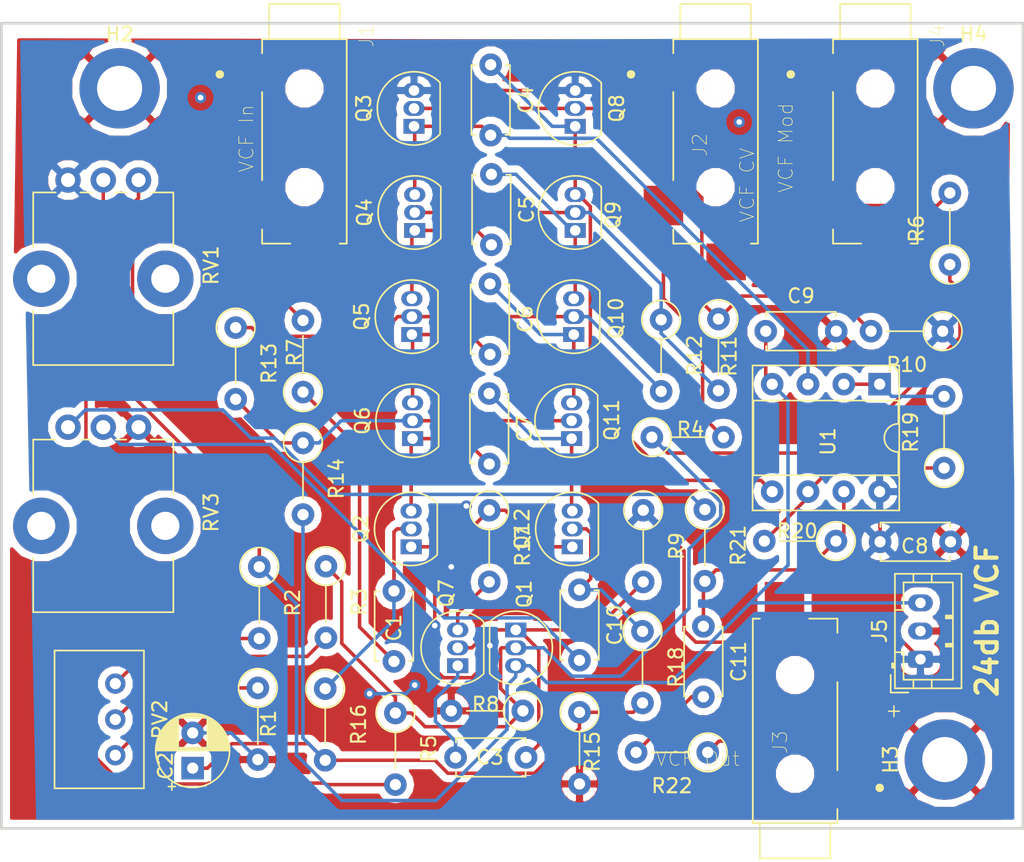
<source format=kicad_pcb>
(kicad_pcb (version 20171130) (host pcbnew "(5.0.1)-rc2")
  (layers (0 F.Cu signal) (31 B.Cu signal) (34 B.Paste user) (35 F.Paste user) (36 B.SilkS user) (37 F.SilkS user) (38 B.Mask user) (39 F.Mask user) (44 Edge.Cuts user))
  (net 0 "")
  (net 1 "Net-(C1-Pad2)")
  (net 2 "Net-(C1-Pad1)")
  (net 3 "Net-(C2-Pad1)")
  (net 4 GND)
  (net 5 "Net-(C3-Pad1)")
  (net 6 "Net-(C3-Pad2)")
  (net 7 "Net-(C4-Pad1)")
  (net 8 "Net-(C4-Pad2)")
  (net 9 "Net-(C5-Pad1)")
  (net 10 "Net-(C5-Pad2)")
  (net 11 "Net-(C6-Pad2)")
  (net 12 "Net-(C6-Pad1)")
  (net 13 "Net-(C7-Pad2)")
  (net 14 "Net-(C7-Pad1)")
  (net 15 +9V)
  (net 16 -9V)
  (net 17 "Net-(C10-Pad2)")
  (net 18 Res_Input)
  (net 19 "Net-(C11-Pad1)")
  (net 20 "Net-(C11-Pad2)")
  (net 21 "Net-(Q1-Pad2)")
  (net 22 "Net-(Q12-Pad1)")
  (net 23 "Net-(Q3-Pad2)")
  (net 24 "Net-(Q4-Pad2)")
  (net 25 "Net-(Q10-Pad2)")
  (net 26 "Net-(Q11-Pad2)")
  (net 27 "Net-(Q7-Pad3)")
  (net 28 "Net-(R1-Pad1)")
  (net 29 "Net-(R2-Pad2)")
  (net 30 "Net-(R3-Pad2)")
  (net 31 VCF_EXP_CV)
  (net 32 "Net-(R5-Pad2)")
  (net 33 VCF_mod)
  (net 34 VCF_In)
  (net 35 "Net-(R19-Pad1)")
  (net 36 "Net-(R19-Pad2)")
  (net 37 "Net-(R21-Pad1)")
  (net 38 VCF_Out)
  (net 39 "Net-(J2-PadTN)")
  (net 40 "Net-(J1-PadTN)")
  (net 41 "Net-(J4-PadTN)")
  (net 42 "Net-(J3-PadTN)")
  (module Capacitor_THT:C_Disc_D4.7mm_W2.5mm_P5.00mm (layer F.Cu) (at 160.6296 76.708 90)
    (fp_text reference C1 (at 2.3876 0 90) (layer F.SilkS))
    (fp_text value 2.2uF)
    (pad 2 thru_hole circle (at 5 0 90) (size 1.6 1.6) (drill 0.8) (layers *.Cu *.Mask) (net 1 "Net-(C1-Pad2)"))
    (pad 1 thru_hole circle (at 0 0 90) (size 1.6 1.6) (drill 0.8) (layers *.Cu *.Mask) (net 2 "Net-(C1-Pad1)"))
  )
  (module Capacitor_THT:CP_Radial_D5.0mm_P2.50mm (layer F.Cu) (at 146.3548 84.2772 90)
    (fp_text reference C2 (at 0.1524 -1.9304 90) (layer F.SilkS))
    (fp_text value 100uF)
    (pad 1 thru_hole rect (at 0 0 90) (size 1.6 1.6) (drill 0.8) (layers *.Cu *.Mask) (net 3 "Net-(C2-Pad1)"))
    (pad 2 thru_hole circle (at 2.5 0 90) (size 1.6 1.6) (drill 0.8) (layers *.Cu *.Mask) (net 4 GND))
  )
  (module Capacitor_THT:C_Disc_D4.7mm_W2.5mm_P5.00mm (layer F.Cu) (at 164.9984 83.5152)
    (fp_text reference C3 (at 2.4384 0) (layer F.SilkS))
    (fp_text value 0.1uF)
    (pad 1 thru_hole circle (at 0 0) (size 1.6 1.6) (drill 0.8) (layers *.Cu *.Mask) (net 5 "Net-(C3-Pad1)"))
    (pad 2 thru_hole circle (at 5 0) (size 1.6 1.6) (drill 0.8) (layers *.Cu *.Mask) (net 6 "Net-(C3-Pad2)"))
  )
  (module Capacitor_THT:C_Disc_D4.7mm_W2.5mm_P5.00mm (layer F.Cu) (at 167.4876 34.3916 270)
    (fp_text reference C4 (at 2.5 -2.5 270) (layer F.SilkS))
    (fp_text value 0.1uF)
    (pad 1 thru_hole circle (at 0 0 270) (size 1.6 1.6) (drill 0.8) (layers *.Cu *.Mask) (net 7 "Net-(C4-Pad1)"))
    (pad 2 thru_hole circle (at 5 0 270) (size 1.6 1.6) (drill 0.8) (layers *.Cu *.Mask) (net 8 "Net-(C4-Pad2)"))
  )
  (module Capacitor_THT:C_Disc_D4.7mm_W2.5mm_P5.00mm (layer F.Cu) (at 167.5384 42.164 270)
    (fp_text reference C5 (at 2.5 -2.5 270) (layer F.SilkS))
    (fp_text value 0.1uF)
    (pad 1 thru_hole circle (at 0 0 270) (size 1.6 1.6) (drill 0.8) (layers *.Cu *.Mask) (net 9 "Net-(C5-Pad1)"))
    (pad 2 thru_hole circle (at 5 0 270) (size 1.6 1.6) (drill 0.8) (layers *.Cu *.Mask) (net 10 "Net-(C5-Pad2)"))
  )
  (module Capacitor_THT:C_Disc_D4.7mm_W2.5mm_P5.00mm (layer F.Cu) (at 167.4368 49.9364 270)
    (fp_text reference C6 (at 2.5 -2.5 270) (layer F.SilkS))
    (fp_text value 0.1uF)
    (pad 2 thru_hole circle (at 5 0 270) (size 1.6 1.6) (drill 0.8) (layers *.Cu *.Mask) (net 11 "Net-(C6-Pad2)"))
    (pad 1 thru_hole circle (at 0 0 270) (size 1.6 1.6) (drill 0.8) (layers *.Cu *.Mask) (net 12 "Net-(C6-Pad1)"))
  )
  (module Capacitor_THT:C_Disc_D4.7mm_W2.5mm_P5.00mm (layer F.Cu) (at 167.386 57.7088 270)
    (fp_text reference C7 (at 2.5 -2.5 270) (layer F.SilkS))
    (fp_text value 0.1uF)
    (pad 2 thru_hole circle (at 5 0 270) (size 1.6 1.6) (drill 0.8) (layers *.Cu *.Mask) (net 13 "Net-(C7-Pad2)"))
    (pad 1 thru_hole circle (at 0 0 270) (size 1.6 1.6) (drill 0.8) (layers *.Cu *.Mask) (net 14 "Net-(C7-Pad1)"))
  )
  (module Capacitor_THT:C_Disc_D4.7mm_W2.5mm_P5.00mm (layer F.Cu) (at 200.1012 68.2244 180)
    (fp_text reference C8 (at 2.54 -0.3048 180) (layer F.SilkS))
    (fp_text value 0.10uF)
    (pad 1 thru_hole circle (at 0 0 180) (size 1.6 1.6) (drill 0.8) (layers *.Cu *.Mask) (net 4 GND))
    (pad 2 thru_hole circle (at 5 0 180) (size 1.6 1.6) (drill 0.8) (layers *.Cu *.Mask) (net 15 +9V))
  )
  (module Capacitor_THT:C_Disc_D4.7mm_W2.5mm_P5.00mm (layer F.Cu) (at 186.9948 53.2892)
    (fp_text reference C9 (at 2.5 -2.5) (layer F.SilkS))
    (fp_text value 0.10uF)
    (pad 2 thru_hole circle (at 5 0) (size 1.6 1.6) (drill 0.8) (layers *.Cu *.Mask) (net 4 GND))
    (pad 1 thru_hole circle (at 0 0) (size 1.6 1.6) (drill 0.8) (layers *.Cu *.Mask) (net 16 -9V))
  )
  (module Capacitor_THT:C_Disc_D4.7mm_W2.5mm_P5.00mm (layer F.Cu) (at 173.7868 71.628 270)
    (fp_text reference C10 (at 2.5 -2.5 270) (layer F.SilkS))
    (fp_text value 2.2uF)
    (pad 2 thru_hole circle (at 5 0 270) (size 1.6 1.6) (drill 0.8) (layers *.Cu *.Mask) (net 17 "Net-(C10-Pad2)"))
    (pad 1 thru_hole circle (at 0 0 270) (size 1.6 1.6) (drill 0.8) (layers *.Cu *.Mask) (net 18 Res_Input))
  )
  (module Capacitor_THT:C_Disc_D4.7mm_W2.5mm_P5.00mm (layer F.Cu) (at 182.5752 74.2188 270)
    (fp_text reference C11 (at 2.5 -2.5 270) (layer F.SilkS))
    (fp_text value 2.2uF)
    (pad 1 thru_hole circle (at 0 0 270) (size 1.6 1.6) (drill 0.8) (layers *.Cu *.Mask) (net 19 "Net-(C11-Pad1)"))
    (pad 2 thru_hole circle (at 5 0 270) (size 1.6 1.6) (drill 0.8) (layers *.Cu *.Mask) (net 20 "Net-(C11-Pad2)"))
  )
  (module MountingHole:MountingHole_3.2mm_M3_ISO7380_Pad (layer F.Cu) (at 141.1732 36.068)
    (fp_text reference H2 (at 0 -3.85) (layer F.SilkS))
    (fp_text value MountingHole_Pad)
    (pad 1 thru_hole circle (at 0 0) (size 5.7 5.7) (drill 3.2) (layers *.Cu *.Mask) (net 4 GND))
  )
  (module MountingHole:MountingHole_3.2mm_M3_ISO7380_Pad (layer F.Cu) (at 199.6948 83.6676 90)
    (fp_text reference H3 (at 0 -3.85 90) (layer F.SilkS))
    (fp_text value MountingHole_Pad)
    (pad 1 thru_hole circle (at 0 0 90) (size 5.7 5.7) (drill 3.2) (layers *.Cu *.Mask) (net 4 GND))
  )
  (module MountingHole:MountingHole_3.2mm_M3_ISO7380_Pad (layer F.Cu) (at 201.7268 36.068)
    (fp_text reference H4 (at 0 -3.85) (layer F.SilkS))
    (fp_text value MountingHole_Pad)
    (pad 1 thru_hole circle (at 0 0) (size 5.7 5.7) (drill 3.2) (layers *.Cu *.Mask) (net 4 GND))
  )
  (module SJ2-3592B-SMT-TR:CUI_SJ2-3592B-SMT-TR (layer F.Cu) (at 154.2796 39.8272 270)
    (fp_text reference J1 (at -7.47446 -4.39352 270) (layer F.SilkS) (effects (font (size 1.00194 1.00194) (thickness 0.05))))
    (fp_text value "VCF In" (at -0.2032 4.1148 270) (layer F.SilkS) (effects (font (size 1.00016 1.00016) (thickness 0.05))))
    (pad Hole np_thru_hole circle (at 3.25 0 270) (size 1.7 1.7) (drill 1.7) (layers *.Cu *.Mask F.SilkS))
    (pad Hole np_thru_hole circle (at -3.75 0 270) (size 1.7 1.7) (drill 1.7) (layers *.Cu *.Mask F.SilkS))
    (pad TN smd rect (at 8.55 -0.75 270) (size 2.6 2.8) (layers F.Cu F.Paste F.Mask) (net 40 "Net-(J1-PadTN)"))
    (pad T smd rect (at 4.55 3.7 270) (size 2.8 2.8) (layers F.Cu F.Paste F.Mask) (net 34 VCF_In))
    (pad S smd rect (at -4.85 3.7 270) (size 2.2 2.8) (layers F.Cu F.Paste F.Mask) (net 4 GND))
  )
  (module SJ2-3592B-SMT-TR:CUI_SJ2-3592B-SMT-TR (layer F.Cu) (at 183.4388 39.8272 270)
    (fp_text reference J2 (at 0.254 1.1176 270) (layer F.SilkS) (effects (font (size 1.00194 1.00194) (thickness 0.05))))
    (fp_text value "VCF CV" (at 3.0988 -2.2352 270) (layer F.SilkS) (effects (font (size 1.00016 1.00016) (thickness 0.05))))
    (pad S smd rect (at -4.85 3.7 270) (size 2.2 2.8) (layers F.Cu F.Paste F.Mask) (net 4 GND))
    (pad T smd rect (at 4.55 3.7 270) (size 2.8 2.8) (layers F.Cu F.Paste F.Mask) (net 31 VCF_EXP_CV))
    (pad TN smd rect (at 8.55 -0.75 270) (size 2.6 2.8) (layers F.Cu F.Paste F.Mask) (net 39 "Net-(J2-PadTN)"))
    (pad Hole np_thru_hole circle (at -3.75 0 270) (size 1.7 1.7) (drill 1.7) (layers *.Cu *.Mask F.SilkS))
    (pad Hole np_thru_hole circle (at 3.25 0 270) (size 1.7 1.7) (drill 1.7) (layers *.Cu *.Mask F.SilkS))
  )
  (module SJ2-3592B-SMT-TR:CUI_SJ2-3592B-SMT-TR (layer F.Cu) (at 189.0776 80.9244 90)
    (fp_text reference J3 (at -1.524 -1.0668 90) (layer F.SilkS) (effects (font (size 1.00194 1.00194) (thickness 0.05))))
    (fp_text value "VCF Out" (at -2.6924 -6.9088 180) (layer F.SilkS) (effects (font (size 1.00016 1.00016) (thickness 0.05))))
    (pad Hole np_thru_hole circle (at 3.25 0 90) (size 1.7 1.7) (drill 1.7) (layers *.Cu *.Mask F.SilkS))
    (pad Hole np_thru_hole circle (at -3.75 0 90) (size 1.7 1.7) (drill 1.7) (layers *.Cu *.Mask F.SilkS))
    (pad TN smd rect (at 8.55 -0.75 90) (size 2.6 2.8) (layers F.Cu F.Paste F.Mask) (net 42 "Net-(J3-PadTN)"))
    (pad T smd rect (at 4.55 3.7 90) (size 2.8 2.8) (layers F.Cu F.Paste F.Mask) (net 38 VCF_Out))
    (pad S smd rect (at -4.85 3.7 90) (size 2.2 2.8) (layers F.Cu F.Paste F.Mask) (net 4 GND))
  )
  (module SJ2-3592B-SMT-TR:CUI_SJ2-3592B-SMT-TR (layer F.Cu) (at 194.7672 39.8272 270)
    (fp_text reference J4 (at -7.47446 -4.39352 270) (layer F.SilkS) (effects (font (size 1.00194 1.00194) (thickness 0.05))))
    (fp_text value "VCF Mod" (at 0.4572 6.35 270) (layer F.SilkS) (effects (font (size 1.00016 1.00016) (thickness 0.05))))
    (pad S smd rect (at -4.85 3.7 270) (size 2.2 2.8) (layers F.Cu F.Paste F.Mask) (net 4 GND))
    (pad T smd rect (at 4.55 3.7 270) (size 2.8 2.8) (layers F.Cu F.Paste F.Mask) (net 33 VCF_mod))
    (pad TN smd rect (at 8.55 -0.75 270) (size 2.6 2.8) (layers F.Cu F.Paste F.Mask) (net 41 "Net-(J4-PadTN)"))
    (pad Hole np_thru_hole circle (at -3.75 0 270) (size 1.7 1.7) (drill 1.7) (layers *.Cu *.Mask F.SilkS))
    (pad Hole np_thru_hole circle (at 3.25 0 270) (size 1.7 1.7) (drill 1.7) (layers *.Cu *.Mask F.SilkS))
  )
  (module Connector_JST:JST_PH_B3B-PH-K_1x03_P2.00mm_Vertical (layer F.Cu) (at 197.9676 76.5556 90)
    (fp_text reference J5 (at 2 -2.9 90) (layer F.SilkS))
    (fp_text value Power)
    (pad 1 thru_hole roundrect (at 0 0 90) (size 1.2 1.75) (drill 0.75) (layers *.Cu *.Mask) (roundrect_rratio 0.208333) (net 15 +9V))
    (pad 2 thru_hole oval (at 2 0 90) (size 1.2 1.75) (drill 0.75) (layers *.Cu *.Mask) (net 4 GND))
    (pad 3 thru_hole oval (at 4 0 90) (size 1.2 1.75) (drill 0.75) (layers *.Cu *.Mask) (net 16 -9V))
  )
  (module Package_TO_SOT_THT:TO-92_Inline (layer F.Cu) (at 169.2656 74.4728 270)
    (fp_text reference Q1 (at -2.54 -0.6096 270) (layer F.SilkS))
    (fp_text value 2N3906)
    (pad 2 thru_hole oval (at 1.27 0 270) (size 1.05 1.5) (drill 0.75) (layers *.Cu *.Mask) (net 21 "Net-(Q1-Pad2)"))
    (pad 3 thru_hole oval (at 2.54 0 270) (size 1.05 1.5) (drill 0.75) (layers *.Cu *.Mask) (net 16 -9V))
    (pad 1 thru_hole rect (at 0 0 270) (size 1.05 1.5) (drill 0.75) (layers *.Cu *.Mask) (net 6 "Net-(C3-Pad2)"))
  )
  (module Package_TO_SOT_THT:TO-92_Inline (layer F.Cu) (at 161.8488 68.58 90)
    (fp_text reference Q2 (at 1.27 -3.56 90) (layer F.SilkS))
    (fp_text value 2N3904)
    (pad 2 thru_hole oval (at 1.27 0 90) (size 1.05 1.5) (drill 0.75) (layers *.Cu *.Mask) (net 1 "Net-(C1-Pad2)"))
    (pad 3 thru_hole oval (at 2.54 0 90) (size 1.05 1.5) (drill 0.75) (layers *.Cu *.Mask) (net 13 "Net-(C7-Pad2)"))
    (pad 1 thru_hole rect (at 0 0 90) (size 1.05 1.5) (drill 0.75) (layers *.Cu *.Mask) (net 22 "Net-(Q12-Pad1)"))
  )
  (module Package_TO_SOT_THT:TO-92_Inline (layer F.Cu) (at 162.052 38.7604 90)
    (fp_text reference Q3 (at 1.27 -3.56 90) (layer F.SilkS))
    (fp_text value 2N3904)
    (pad 1 thru_hole rect (at 0 0 90) (size 1.05 1.5) (drill 0.75) (layers *.Cu *.Mask) (net 8 "Net-(C4-Pad2)"))
    (pad 3 thru_hole oval (at 2.54 0 90) (size 1.05 1.5) (drill 0.75) (layers *.Cu *.Mask) (net 15 +9V))
    (pad 2 thru_hole oval (at 1.27 0 90) (size 1.05 1.5) (drill 0.75) (layers *.Cu *.Mask) (net 23 "Net-(Q3-Pad2)"))
  )
  (module Package_TO_SOT_THT:TO-92_Inline (layer F.Cu) (at 162.1028 46.143333 90)
    (fp_text reference Q4 (at 1.27 -3.56 90) (layer F.SilkS))
    (fp_text value 2N3904)
    (pad 2 thru_hole oval (at 1.27 0 90) (size 1.05 1.5) (drill 0.75) (layers *.Cu *.Mask) (net 24 "Net-(Q4-Pad2)"))
    (pad 3 thru_hole oval (at 2.54 0 90) (size 1.05 1.5) (drill 0.75) (layers *.Cu *.Mask) (net 8 "Net-(C4-Pad2)"))
    (pad 1 thru_hole rect (at 0 0 90) (size 1.05 1.5) (drill 0.75) (layers *.Cu *.Mask) (net 10 "Net-(C5-Pad2)"))
  )
  (module Package_TO_SOT_THT:TO-92_Inline (layer F.Cu) (at 161.8996 53.526266 90)
    (fp_text reference Q5 (at 1.27 -3.56 90) (layer F.SilkS))
    (fp_text value 2N3904)
    (pad 2 thru_hole oval (at 1.27 0 90) (size 1.05 1.5) (drill 0.75) (layers *.Cu *.Mask) (net 25 "Net-(Q10-Pad2)"))
    (pad 3 thru_hole oval (at 2.54 0 90) (size 1.05 1.5) (drill 0.75) (layers *.Cu *.Mask) (net 10 "Net-(C5-Pad2)"))
    (pad 1 thru_hole rect (at 0 0 90) (size 1.05 1.5) (drill 0.75) (layers *.Cu *.Mask) (net 11 "Net-(C6-Pad2)"))
  )
  (module Package_TO_SOT_THT:TO-92_Inline (layer F.Cu) (at 161.9504 60.9092 90)
    (fp_text reference Q6 (at 1.27 -3.56 90) (layer F.SilkS))
    (fp_text value 2N3904)
    (pad 1 thru_hole rect (at 0 0 90) (size 1.05 1.5) (drill 0.75) (layers *.Cu *.Mask) (net 13 "Net-(C7-Pad2)"))
    (pad 3 thru_hole oval (at 2.54 0 90) (size 1.05 1.5) (drill 0.75) (layers *.Cu *.Mask) (net 11 "Net-(C6-Pad2)"))
    (pad 2 thru_hole oval (at 1.27 0 90) (size 1.05 1.5) (drill 0.75) (layers *.Cu *.Mask) (net 26 "Net-(Q11-Pad2)"))
  )
  (module Package_TO_SOT_THT:TO-92_Inline (layer F.Cu) (at 165.1508 77.0128 90)
    (fp_text reference Q7 (at 5.1308 -0.8128 90) (layer F.SilkS))
    (fp_text value 2N3904)
    (pad 1 thru_hole rect (at 0 0 90) (size 1.05 1.5) (drill 0.75) (layers *.Cu *.Mask) (net 5 "Net-(C3-Pad1)"))
    (pad 3 thru_hole oval (at 2.54 0 90) (size 1.05 1.5) (drill 0.75) (layers *.Cu *.Mask) (net 27 "Net-(Q7-Pad3)"))
    (pad 2 thru_hole oval (at 1.27 0 90) (size 1.05 1.5) (drill 0.75) (layers *.Cu *.Mask) (net 6 "Net-(C3-Pad2)"))
  )
  (module Package_TO_SOT_THT:TO-92_Inline (layer F.Cu) (at 173.482 38.7604 90)
    (fp_text reference Q8 (at 1.27 2.9464 90) (layer F.SilkS))
    (fp_text value 2N3904)
    (pad 2 thru_hole oval (at 1.27 0 90) (size 1.05 1.5) (drill 0.75) (layers *.Cu *.Mask) (net 23 "Net-(Q3-Pad2)"))
    (pad 3 thru_hole oval (at 2.54 0 90) (size 1.05 1.5) (drill 0.75) (layers *.Cu *.Mask) (net 15 +9V))
    (pad 1 thru_hole rect (at 0 0 90) (size 1.05 1.5) (drill 0.75) (layers *.Cu *.Mask) (net 7 "Net-(C4-Pad1)"))
  )
  (module Package_TO_SOT_THT:TO-92_Inline (layer F.Cu) (at 173.482 46.143333 90)
    (fp_text reference Q9 (at 1.083733 2.6924 90) (layer F.SilkS))
    (fp_text value 2N3904)
    (pad 1 thru_hole rect (at 0 0 90) (size 1.05 1.5) (drill 0.75) (layers *.Cu *.Mask) (net 9 "Net-(C5-Pad1)"))
    (pad 3 thru_hole oval (at 2.54 0 90) (size 1.05 1.5) (drill 0.75) (layers *.Cu *.Mask) (net 7 "Net-(C4-Pad1)"))
    (pad 2 thru_hole oval (at 1.27 0 90) (size 1.05 1.5) (drill 0.75) (layers *.Cu *.Mask) (net 24 "Net-(Q4-Pad2)"))
  )
  (module Package_TO_SOT_THT:TO-92_Inline (layer F.Cu) (at 173.3804 53.526266 90)
    (fp_text reference Q10 (at 1.151466 2.9972 90) (layer F.SilkS))
    (fp_text value 2N3904)
    (pad 1 thru_hole rect (at 0 0 90) (size 1.05 1.5) (drill 0.75) (layers *.Cu *.Mask) (net 12 "Net-(C6-Pad1)"))
    (pad 3 thru_hole oval (at 2.54 0 90) (size 1.05 1.5) (drill 0.75) (layers *.Cu *.Mask) (net 9 "Net-(C5-Pad1)"))
    (pad 2 thru_hole oval (at 1.27 0 90) (size 1.05 1.5) (drill 0.75) (layers *.Cu *.Mask) (net 25 "Net-(Q10-Pad2)"))
  )
  (module Package_TO_SOT_THT:TO-92_Inline (layer F.Cu) (at 173.228 60.9092 90)
    (fp_text reference Q11 (at 1.3208 2.8448 90) (layer F.SilkS))
    (fp_text value 2N3904)
    (pad 2 thru_hole oval (at 1.27 0 90) (size 1.05 1.5) (drill 0.75) (layers *.Cu *.Mask) (net 26 "Net-(Q11-Pad2)"))
    (pad 3 thru_hole oval (at 2.54 0 90) (size 1.05 1.5) (drill 0.75) (layers *.Cu *.Mask) (net 12 "Net-(C6-Pad1)"))
    (pad 1 thru_hole rect (at 0 0 90) (size 1.05 1.5) (drill 0.75) (layers *.Cu *.Mask) (net 14 "Net-(C7-Pad1)"))
  )
  (module Package_TO_SOT_THT:TO-92_Inline (layer F.Cu) (at 173.2788 68.58 90)
    (fp_text reference Q12 (at 1.27 -3.56 90) (layer F.SilkS))
    (fp_text value 2N3904)
    (pad 1 thru_hole rect (at 0 0 90) (size 1.05 1.5) (drill 0.75) (layers *.Cu *.Mask) (net 22 "Net-(Q12-Pad1)"))
    (pad 3 thru_hole oval (at 2.54 0 90) (size 1.05 1.5) (drill 0.75) (layers *.Cu *.Mask) (net 14 "Net-(C7-Pad1)"))
    (pad 2 thru_hole oval (at 1.27 0 90) (size 1.05 1.5) (drill 0.75) (layers *.Cu *.Mask) (net 18 Res_Input))
  )
  (module Resistor_THT:R_Axial_DIN0207_L6.3mm_D2.5mm_P5.08mm_Vertical (layer F.Cu) (at 150.9776 78.5876 270)
    (fp_text reference R1 (at 2.54 -0.762 270) (layer F.SilkS))
    (fp_text value 4.99k)
    (pad 2 thru_hole oval (at 5.08 0 270) (size 1.6 1.6) (drill 0.8) (layers *.Cu *.Mask) (net 4 GND))
    (pad 1 thru_hole circle (at 0 0 270) (size 1.6 1.6) (drill 0.8) (layers *.Cu *.Mask) (net 28 "Net-(R1-Pad1)"))
  )
  (module Resistor_THT:R_Axial_DIN0207_L6.3mm_D2.5mm_P5.08mm_Vertical (layer F.Cu) (at 151.0792 70.0024 270)
    (fp_text reference R2 (at 2.54 -2.37 270) (layer F.SilkS))
    (fp_text value 4.99k)
    (pad 1 thru_hole circle (at 0 0 270) (size 1.6 1.6) (drill 0.8) (layers *.Cu *.Mask) (net 16 -9V))
    (pad 2 thru_hole oval (at 5.08 0 270) (size 1.6 1.6) (drill 0.8) (layers *.Cu *.Mask) (net 29 "Net-(R2-Pad2)"))
  )
  (module Resistor_THT:R_Axial_DIN0207_L6.3mm_D2.5mm_P5.08mm_Vertical (layer F.Cu) (at 155.8036 69.9516 270)
    (fp_text reference R3 (at 2.54 -2.37 270) (layer F.SilkS))
    (fp_text value 68.1k)
    (pad 1 thru_hole circle (at 0 0 270) (size 1.6 1.6) (drill 0.8) (layers *.Cu *.Mask) (net 21 "Net-(Q1-Pad2)"))
    (pad 2 thru_hole oval (at 5.08 0 270) (size 1.6 1.6) (drill 0.8) (layers *.Cu *.Mask) (net 30 "Net-(R3-Pad2)"))
  )
  (module Resistor_THT:R_Axial_DIN0207_L6.3mm_D2.5mm_P5.08mm_Vertical (layer F.Cu) (at 178.9176 60.8076)
    (fp_text reference R4 (at 2.7432 -0.5588) (layer F.SilkS))
    (fp_text value 47.5k)
    (pad 2 thru_hole oval (at 5.08 0) (size 1.6 1.6) (drill 0.8) (layers *.Cu *.Mask) (net 31 VCF_EXP_CV))
    (pad 1 thru_hole circle (at 0 0) (size 1.6 1.6) (drill 0.8) (layers *.Cu *.Mask) (net 21 "Net-(Q1-Pad2)"))
  )
  (module Resistor_THT:R_Axial_DIN0207_L6.3mm_D2.5mm_P5.08mm_Vertical (layer F.Cu) (at 160.7312 80.3656 270)
    (fp_text reference R5 (at 2.54 -2.37 270) (layer F.SilkS))
    (fp_text value 100k)
    (pad 2 thru_hole oval (at 5.08 0 270) (size 1.6 1.6) (drill 0.8) (layers *.Cu *.Mask) (net 32 "Net-(R5-Pad2)"))
    (pad 1 thru_hole circle (at 0 0 270) (size 1.6 1.6) (drill 0.8) (layers *.Cu *.Mask) (net 21 "Net-(Q1-Pad2)"))
  )
  (module Resistor_THT:R_Axial_DIN0207_L6.3mm_D2.5mm_P5.08mm_Vertical (layer F.Cu) (at 200.0504 48.5648 90)
    (fp_text reference R6 (at 2.54 -2.37 90) (layer F.SilkS))
    (fp_text value 33.2k)
    (pad 1 thru_hole circle (at 0 0 90) (size 1.6 1.6) (drill 0.8) (layers *.Cu *.Mask) (net 21 "Net-(Q1-Pad2)"))
    (pad 2 thru_hole oval (at 5.08 0 90) (size 1.6 1.6) (drill 0.8) (layers *.Cu *.Mask) (net 33 VCF_mod))
  )
  (module Resistor_THT:R_Axial_DIN0207_L6.3mm_D2.5mm_P5.08mm_Vertical (layer F.Cu) (at 154.178 57.6072 90)
    (fp_text reference R7 (at 2.794 -0.6096 90) (layer F.SilkS))
    (fp_text value 68.1k)
    (pad 2 thru_hole oval (at 5.08 0 90) (size 1.6 1.6) (drill 0.8) (layers *.Cu *.Mask) (net 34 VCF_In))
    (pad 1 thru_hole circle (at 0 0 90) (size 1.6 1.6) (drill 0.8) (layers *.Cu *.Mask) (net 2 "Net-(C1-Pad1)"))
  )
  (module Resistor_THT:R_Axial_DIN0207_L6.3mm_D2.5mm_P5.08mm_Vertical (layer F.Cu) (at 169.7736 80.2132 180)
    (fp_text reference R8 (at 2.6416 0.4572 180) (layer F.SilkS))
    (fp_text value 1k)
    (pad 1 thru_hole circle (at 0 0 180) (size 1.6 1.6) (drill 0.8) (layers *.Cu *.Mask) (net 21 "Net-(Q1-Pad2)"))
    (pad 2 thru_hole oval (at 5.08 0 180) (size 1.6 1.6) (drill 0.8) (layers *.Cu *.Mask) (net 4 GND))
  )
  (module Resistor_THT:R_Axial_DIN0207_L6.3mm_D2.5mm_P5.08mm_Vertical (layer F.Cu) (at 178.308 65.9892 270)
    (fp_text reference R9 (at 2.54 -2.37 270) (layer F.SilkS))
    (fp_text value 12.1k)
    (pad 2 thru_hole oval (at 5.08 0 270) (size 1.6 1.6) (drill 0.8) (layers *.Cu *.Mask) (net 6 "Net-(C3-Pad2)"))
    (pad 1 thru_hole circle (at 0 0 270) (size 1.6 1.6) (drill 0.8) (layers *.Cu *.Mask) (net 15 +9V))
  )
  (module Resistor_THT:R_Axial_DIN0207_L6.3mm_D2.5mm_P5.08mm_Vertical (layer F.Cu) (at 199.5424 53.2892 180)
    (fp_text reference R10 (at 2.54 -2.37 180) (layer F.SilkS))
    (fp_text value 2.74K)
    (pad 2 thru_hole oval (at 5.08 0 180) (size 1.6 1.6) (drill 0.8) (layers *.Cu *.Mask) (net 23 "Net-(Q3-Pad2)"))
    (pad 1 thru_hole circle (at 0 0 180) (size 1.6 1.6) (drill 0.8) (layers *.Cu *.Mask) (net 15 +9V))
  )
  (module Resistor_THT:R_Axial_DIN0207_L6.3mm_D2.5mm_P5.08mm_Vertical (layer F.Cu) (at 183.642 52.4256 270)
    (fp_text reference R11 (at 2.6416 -0.762 270) (layer F.SilkS))
    (fp_text value 1k)
    (pad 1 thru_hole circle (at 0 0 270) (size 1.6 1.6) (drill 0.8) (layers *.Cu *.Mask) (net 23 "Net-(Q3-Pad2)"))
    (pad 2 thru_hole oval (at 5.08 0 270) (size 1.6 1.6) (drill 0.8) (layers *.Cu *.Mask) (net 24 "Net-(Q4-Pad2)"))
  )
  (module Resistor_THT:R_Axial_DIN0207_L6.3mm_D2.5mm_P5.08mm_Vertical (layer F.Cu) (at 179.578 52.4764 270)
    (fp_text reference R12 (at 2.54 -2.37 270) (layer F.SilkS))
    (fp_text value 1k)
    (pad 2 thru_hole oval (at 5.08 0 270) (size 1.6 1.6) (drill 0.8) (layers *.Cu *.Mask) (net 25 "Net-(Q10-Pad2)"))
    (pad 1 thru_hole circle (at 0 0 270) (size 1.6 1.6) (drill 0.8) (layers *.Cu *.Mask) (net 24 "Net-(Q4-Pad2)"))
  )
  (module Resistor_THT:R_Axial_DIN0207_L6.3mm_D2.5mm_P5.08mm_Vertical (layer F.Cu) (at 149.4028 53.0352 270)
    (fp_text reference R13 (at 2.54 -2.37 270) (layer F.SilkS))
    (fp_text value 1k)
    (pad 1 thru_hole circle (at 0 0 270) (size 1.6 1.6) (drill 0.8) (layers *.Cu *.Mask) (net 25 "Net-(Q10-Pad2)"))
    (pad 2 thru_hole oval (at 5.08 0 270) (size 1.6 1.6) (drill 0.8) (layers *.Cu *.Mask) (net 26 "Net-(Q11-Pad2)"))
  )
  (module Resistor_THT:R_Axial_DIN0207_L6.3mm_D2.5mm_P5.08mm_Vertical (layer F.Cu) (at 154.178 61.214 270)
    (fp_text reference R14 (at 2.54 -2.37 270) (layer F.SilkS))
    (fp_text value 1k)
    (pad 2 thru_hole oval (at 5.08 0 270) (size 1.6 1.6) (drill 0.8) (layers *.Cu *.Mask) (net 3 "Net-(C2-Pad1)"))
    (pad 1 thru_hole circle (at 0 0 270) (size 1.6 1.6) (drill 0.8) (layers *.Cu *.Mask) (net 26 "Net-(Q11-Pad2)"))
  )
  (module Resistor_THT:R_Axial_DIN0207_L6.3mm_D2.5mm_P5.08mm_Vertical (layer F.Cu) (at 173.7868 80.3148 270)
    (fp_text reference R15 (at 2.794 -0.9144 270) (layer F.SilkS))
    (fp_text value 2.74K)
    (pad 1 thru_hole circle (at 0 0 270) (size 1.6 1.6) (drill 0.8) (layers *.Cu *.Mask) (net 3 "Net-(C2-Pad1)"))
    (pad 2 thru_hole oval (at 5.08 0 270) (size 1.6 1.6) (drill 0.8) (layers *.Cu *.Mask) (net 4 GND))
  )
  (module Resistor_THT:R_Axial_DIN0207_L6.3mm_D2.5mm_P5.08mm_Vertical (layer F.Cu) (at 155.7528 78.6384 270)
    (fp_text reference R16 (at 2.54 -2.37 270) (layer F.SilkS))
    (fp_text value 1k)
    (pad 2 thru_hole oval (at 5.08 0 270) (size 1.6 1.6) (drill 0.8) (layers *.Cu *.Mask) (net 3 "Net-(C2-Pad1)"))
    (pad 1 thru_hole circle (at 0 0 270) (size 1.6 1.6) (drill 0.8) (layers *.Cu *.Mask) (net 1 "Net-(C1-Pad2)"))
  )
  (module Resistor_THT:R_Axial_DIN0207_L6.3mm_D2.5mm_P5.08mm_Vertical (layer F.Cu) (at 167.386 65.9892 270)
    (fp_text reference R17 (at 2.54 -2.37 270) (layer F.SilkS))
    (fp_text value 1k)
    (pad 1 thru_hole circle (at 0 0 270) (size 1.6 1.6) (drill 0.8) (layers *.Cu *.Mask) (net 22 "Net-(Q12-Pad1)"))
    (pad 2 thru_hole oval (at 5.08 0 270) (size 1.6 1.6) (drill 0.8) (layers *.Cu *.Mask) (net 27 "Net-(Q7-Pad3)"))
  )
  (module Resistor_THT:R_Axial_DIN0207_L6.3mm_D2.5mm_P5.08mm_Vertical (layer F.Cu) (at 178.2572 74.5744 270)
    (fp_text reference R18 (at 2.54 -2.37 270) (layer F.SilkS))
    (fp_text value 1k)
    (pad 2 thru_hole oval (at 5.08 0 270) (size 1.6 1.6) (drill 0.8) (layers *.Cu *.Mask) (net 3 "Net-(C2-Pad1)"))
    (pad 1 thru_hole circle (at 0 0 270) (size 1.6 1.6) (drill 0.8) (layers *.Cu *.Mask) (net 18 Res_Input))
  )
  (module Resistor_THT:R_Axial_DIN0207_L6.3mm_D2.5mm_P5.08mm_Vertical (layer F.Cu) (at 199.644 62.992 90)
    (fp_text reference R19 (at 2.54 -2.37 90) (layer F.SilkS))
    (fp_text value 100R)
    (pad 1 thru_hole circle (at 0 0 90) (size 1.6 1.6) (drill 0.8) (layers *.Cu *.Mask) (net 35 "Net-(R19-Pad1)"))
    (pad 2 thru_hole oval (at 5.08 0 90) (size 1.6 1.6) (drill 0.8) (layers *.Cu *.Mask) (net 36 "Net-(R19-Pad2)"))
  )
  (module Resistor_THT:R_Axial_DIN0207_L6.3mm_D2.5mm_P5.08mm_Vertical (layer F.Cu) (at 191.9732 68.1736 180)
    (fp_text reference R20 (at 2.7432 0.7112 180) (layer F.SilkS))
    (fp_text value 6.81k)
    (pad 2 thru_hole oval (at 5.08 0 180) (size 1.6 1.6) (drill 0.8) (layers *.Cu *.Mask) (net 35 "Net-(R19-Pad1)"))
    (pad 1 thru_hole circle (at 0 0 180) (size 1.6 1.6) (drill 0.8) (layers *.Cu *.Mask) (net 19 "Net-(C11-Pad1)"))
  )
  (module Resistor_THT:R_Axial_DIN0207_L6.3mm_D2.5mm_P5.08mm_Vertical (layer F.Cu) (at 182.6768 65.9384 270)
    (fp_text reference R21 (at 2.54 -2.37 270) (layer F.SilkS))
    (fp_text value 12.1k)
    (pad 1 thru_hole circle (at 0 0 270) (size 1.6 1.6) (drill 0.8) (layers *.Cu *.Mask) (net 37 "Net-(R21-Pad1)"))
    (pad 2 thru_hole oval (at 5.08 0 270) (size 1.6 1.6) (drill 0.8) (layers *.Cu *.Mask) (net 19 "Net-(C11-Pad1)"))
  )
  (module Resistor_THT:R_Axial_DIN0207_L6.3mm_D2.5mm_P5.08mm_Vertical (layer F.Cu) (at 182.88 83.1596 180)
    (fp_text reference R22 (at 2.54 -2.37 180) (layer F.SilkS))
    (fp_text value 12.1k)
    (pad 1 thru_hole circle (at 0 0 180) (size 1.6 1.6) (drill 0.8) (layers *.Cu *.Mask) (net 38 VCF_Out))
    (pad 2 thru_hole oval (at 5.08 0 180) (size 1.6 1.6) (drill 0.8) (layers *.Cu *.Mask) (net 20 "Net-(C11-Pad2)"))
  )
  (module Potentiometer_THT:Potentiometer_Bourns_PTV09A-1_Single_Vertical (layer F.Cu) (at 137.5156 42.5704 270)
    (fp_text reference RV1 (at 6.05 -10.15 270) (layer F.SilkS))
    (fp_text value 10kb)
    (pad 3 thru_hole circle (at 0 -5 270) (size 1.8 1.8) (drill 1) (layers *.Cu *.Mask) (net 16 -9V))
    (pad 2 thru_hole circle (at 0 -2.5 270) (size 1.8 1.8) (drill 1) (layers *.Cu *.Mask) (net 32 "Net-(R5-Pad2)"))
    (pad 1 thru_hole circle (at 0 0 270) (size 1.8 1.8) (drill 1) (layers *.Cu *.Mask) (net 15 +9V))
    (pad "" np_thru_hole circle (at 7 -6.9 270) (size 4 4) (drill 2) (layers *.Cu *.Mask))
    (pad "" np_thru_hole circle (at 7 1.9 270) (size 4 4) (drill 2) (layers *.Cu *.Mask))
  )
  (module Potentiometer_THT:Potentiometer_Bourns_3299W_Vertical (layer F.Cu) (at 140.8684 83.3628 270)
    (fp_text reference RV2 (at -2.54 -3.16 270) (layer F.SilkS))
    (fp_text value "10k fq Calib.")
    (pad 1 thru_hole circle (at 0 0 270) (size 1.44 1.44) (drill 0.8) (layers *.Cu *.Mask) (net 28 "Net-(R1-Pad1)"))
    (pad 2 thru_hole circle (at -2.54 0 270) (size 1.44 1.44) (drill 0.8) (layers *.Cu *.Mask) (net 30 "Net-(R3-Pad2)"))
    (pad 3 thru_hole circle (at -5.08 0 270) (size 1.44 1.44) (drill 0.8) (layers *.Cu *.Mask) (net 29 "Net-(R2-Pad2)"))
  )
  (module Potentiometer_THT:Potentiometer_Bourns_PTV09A-1_Single_Vertical (layer F.Cu) (at 137.5156 60.0964 270)
    (fp_text reference RV3 (at 6.05 -10.15 270) (layer F.SilkS))
    (fp_text value "10KA Res")
    (pad "" np_thru_hole circle (at 7 1.9 270) (size 4 4) (drill 2) (layers *.Cu *.Mask))
    (pad "" np_thru_hole circle (at 7 -6.9 270) (size 4 4) (drill 2) (layers *.Cu *.Mask))
    (pad 1 thru_hole circle (at 0 0 270) (size 1.8 1.8) (drill 1) (layers *.Cu *.Mask) (net 37 "Net-(R21-Pad1)"))
    (pad 2 thru_hole circle (at 0 -2.5 270) (size 1.8 1.8) (drill 1) (layers *.Cu *.Mask) (net 17 "Net-(C10-Pad2)"))
    (pad 3 thru_hole circle (at 0 -5 270) (size 1.8 1.8) (drill 1) (layers *.Cu *.Mask) (net 4 GND))
  )
  (module Package_DIP:DIP-8_W7.62mm_Socket (layer F.Cu) (at 195.072 57.0484 270)
    (fp_text reference U1 (at 4.064 3.6576 270) (layer F.SilkS))
    (fp_text value NE5532)
    (pad 1 thru_hole rect (at 0 0 270) (size 1.6 1.6) (drill 0.8) (layers *.Cu *.Mask) (net 36 "Net-(R19-Pad2)"))
    (pad 5 thru_hole oval (at 7.62 7.62 270) (size 1.6 1.6) (drill 0.8) (layers *.Cu *.Mask) (net 7 "Net-(C4-Pad1)"))
    (pad 2 thru_hole oval (at 0 2.54 270) (size 1.6 1.6) (drill 0.8) (layers *.Cu *.Mask) (net 36 "Net-(R19-Pad2)"))
    (pad 6 thru_hole oval (at 7.62 5.08 270) (size 1.6 1.6) (drill 0.8) (layers *.Cu *.Mask) (net 35 "Net-(R19-Pad1)"))
    (pad 3 thru_hole oval (at 0 5.08 270) (size 1.6 1.6) (drill 0.8) (layers *.Cu *.Mask) (net 8 "Net-(C4-Pad2)"))
    (pad 7 thru_hole oval (at 7.62 2.54 270) (size 1.6 1.6) (drill 0.8) (layers *.Cu *.Mask) (net 19 "Net-(C11-Pad1)"))
    (pad 4 thru_hole oval (at 0 7.62 270) (size 1.6 1.6) (drill 0.8) (layers *.Cu *.Mask) (net 16 -9V))
    (pad 8 thru_hole oval (at 7.62 0 270) (size 1.6 1.6) (drill 0.8) (layers *.Cu *.Mask) (net 15 +9V))
  )
  (gr_text + (at 196.088 80.1624) (layer F.SilkS) (effects (font (size 1 1) (thickness 0.1))))
  (gr_text "24db VCF" (at 202.692 73.8124 90) (layer F.SilkS) (effects (font (size 1.5 1.5) (thickness 0.3))))
  (gr_line (start 132.7912 88.5444) (end 132.7912 31.4452) (layer Edge.Cuts) (width 0.2))
  (gr_line (start 205.232 88.5444) (end 132.7912 88.5444) (layer Edge.Cuts) (width 0.2))
  (gr_line (start 205.232 31.4452) (end 205.232 88.5444) (layer Edge.Cuts) (width 0.2))
  (gr_line (start 132.7912 31.4452) (end 205.232 31.4452) (layer Edge.Cuts) (width 0.2))
  (segment (start 160.6296 70.57663) (end 160.6296 71.708) (width 0.25) (layer F.Cu) (net 1))
  (segment (start 160.6296 67.5292) (end 160.6296 70.57663) (width 0.25) (layer F.Cu) (net 1))
  (segment (start 160.8488 67.31) (end 160.6296 67.5292) (width 0.25) (layer F.Cu) (net 1))
  (segment (start 161.8488 67.31) (end 160.8488 67.31) (width 0.25) (layer F.Cu) (net 1))
  (segment (start 160.6296 73.7616) (end 160.6296 71.708) (width 0.25) (layer B.Cu) (net 1))
  (segment (start 155.7528 78.6384) (end 160.6296 73.7616) (width 0.25) (layer B.Cu) (net 1))
  (segment (start 154.977999 58.407199) (end 154.178 57.6072) (width 0.25) (layer F.Cu) (net 2))
  (segment (start 158.1912 61.6204) (end 154.977999 58.407199) (width 0.25) (layer F.Cu) (net 2))
  (segment (start 158.1912 74.2696) (end 158.1912 61.6204) (width 0.25) (layer F.Cu) (net 2))
  (segment (start 160.6296 76.708) (end 158.1912 74.2696) (width 0.25) (layer F.Cu) (net 2))
  (segment (start 154.178 82.1436) (end 155.7528 83.7184) (width 0.25) (layer B.Cu) (net 3))
  (segment (start 154.178 66.294) (end 154.178 82.1436) (width 0.25) (layer B.Cu) (net 3))
  (segment (start 177.5968 80.3148) (end 178.2572 79.6544) (width 0.25) (layer F.Cu) (net 3))
  (segment (start 173.7868 80.3148) (end 177.5968 80.3148) (width 0.25) (layer F.Cu) (net 3))
  (segment (start 173.7868 81.44617) (end 173.7868 80.3148) (width 0.25) (layer F.Cu) (net 3))
  (segment (start 170.592769 84.640201) (end 173.7868 81.44617) (width 0.25) (layer F.Cu) (net 3))
  (segment (start 164.458399 84.640201) (end 170.592769 84.640201) (width 0.25) (layer F.Cu) (net 3))
  (segment (start 163.536598 83.7184) (end 164.458399 84.640201) (width 0.25) (layer F.Cu) (net 3))
  (segment (start 155.7528 83.7184) (end 163.536598 83.7184) (width 0.25) (layer F.Cu) (net 3))
  (segment (start 154.952801 82.918401) (end 155.7528 83.7184) (width 0.25) (layer F.Cu) (net 3))
  (segment (start 154.576999 82.542599) (end 154.952801 82.918401) (width 0.25) (layer F.Cu) (net 3))
  (segment (start 149.139401 82.542599) (end 154.576999 82.542599) (width 0.25) (layer F.Cu) (net 3))
  (segment (start 147.4048 84.2772) (end 149.139401 82.542599) (width 0.25) (layer F.Cu) (net 3))
  (segment (start 146.3548 84.2772) (end 147.4048 84.2772) (width 0.25) (layer F.Cu) (net 3))
  (via (at 146.9136 36.7284) (size 0.8) (drill 0.4) (layers F.Cu B.Cu) (net 4))
  (segment (start 179.7388 36.3272) (end 181.8672 38.4556) (width 0.25) (layer F.Cu) (net 4))
  (segment (start 179.7388 34.9772) (end 179.7388 36.3272) (width 0.25) (layer F.Cu) (net 4))
  (segment (start 189.4172 34.9772) (end 191.0672 34.9772) (width 0.25) (layer F.Cu) (net 4))
  (segment (start 185.9388 38.4556) (end 189.4172 34.9772) (width 0.25) (layer F.Cu) (net 4))
  (segment (start 181.8672 38.4556) (end 185.1152 38.4556) (width 0.25) (layer F.Cu) (net 4))
  (segment (start 185.1152 38.4556) (end 185.9388 38.4556) (width 0.25) (layer F.Cu) (net 4))
  (via (at 185.1152 38.4556) (size 0.8) (drill 0.4) (layers F.Cu B.Cu) (net 4))
  (segment (start 148.6648 34.9772) (end 150.5796 34.9772) (width 0.25) (layer F.Cu) (net 4))
  (segment (start 146.9136 36.7284) (end 148.6648 34.9772) (width 0.25) (layer F.Cu) (net 4))
  (segment (start 149.0872 81.7772) (end 146.3548 81.7772) (width 0.25) (layer B.Cu) (net 4))
  (segment (start 150.9776 83.6676) (end 149.0872 81.7772) (width 0.25) (layer B.Cu) (net 4))
  (via (at 158.9024 78.994) (size 0.8) (drill 0.4) (layers F.Cu B.Cu) (net 4))
  (via (at 162.1028 78.3844) (size 0.8) (drill 0.4) (layers F.Cu B.Cu) (net 4))
  (segment (start 161.4932 78.994) (end 162.1028 78.3844) (width 0.25) (layer B.Cu) (net 4))
  (segment (start 158.9024 78.994) (end 161.4932 78.994) (width 0.25) (layer B.Cu) (net 4))
  (segment (start 165.1508 77.7878) (end 165.1508 77.0128) (width 0.25) (layer B.Cu) (net 5))
  (segment (start 163.568599 79.370001) (end 165.1508 77.7878) (width 0.25) (layer B.Cu) (net 5))
  (segment (start 163.568599 80.954029) (end 163.568599 79.370001) (width 0.25) (layer B.Cu) (net 5))
  (segment (start 164.9984 82.38383) (end 163.568599 80.954029) (width 0.25) (layer B.Cu) (net 5))
  (segment (start 164.9984 83.5152) (end 164.9984 82.38383) (width 0.25) (layer B.Cu) (net 5))
  (segment (start 174.9044 74.4728) (end 178.308 71.0692) (width 0.25) (layer F.Cu) (net 6))
  (segment (start 169.2656 74.4728) (end 174.9044 74.4728) (width 0.25) (layer F.Cu) (net 6))
  (segment (start 168.2656 74.4728) (end 169.2656 74.4728) (width 0.25) (layer F.Cu) (net 6))
  (segment (start 167.4208 74.4728) (end 168.2656 74.4728) (width 0.25) (layer F.Cu) (net 6))
  (segment (start 166.1508 75.7428) (end 167.4208 74.4728) (width 0.25) (layer F.Cu) (net 6))
  (segment (start 165.1508 75.7428) (end 166.1508 75.7428) (width 0.25) (layer F.Cu) (net 6))
  (segment (start 169.4906 74.4728) (end 169.2656 74.4728) (width 0.25) (layer F.Cu) (net 6))
  (segment (start 170.898601 75.880801) (end 169.4906 74.4728) (width 0.25) (layer F.Cu) (net 6))
  (segment (start 170.898601 82.614999) (end 170.898601 75.880801) (width 0.25) (layer F.Cu) (net 6))
  (segment (start 169.9984 83.5152) (end 170.898601 82.614999) (width 0.25) (layer F.Cu) (net 6))
  (segment (start 171.8564 38.7604) (end 173.482 38.7604) (width 0.25) (layer B.Cu) (net 7))
  (segment (start 167.4876 34.3916) (end 171.8564 38.7604) (width 0.25) (layer B.Cu) (net 7))
  (segment (start 173.482 38.7604) (end 173.482 43.603333) (width 0.25) (layer F.Cu) (net 7))
  (segment (start 173.707 43.603333) (end 173.482 43.603333) (width 0.25) (layer F.Cu) (net 7))
  (segment (start 174.55701 44.453343) (end 173.707 43.603333) (width 0.25) (layer F.Cu) (net 7))
  (segment (start 174.55701 58.112012) (end 174.55701 44.453343) (width 0.25) (layer F.Cu) (net 7))
  (segment (start 180.313399 63.868401) (end 174.55701 58.112012) (width 0.25) (layer F.Cu) (net 7))
  (segment (start 186.652001 63.868401) (end 180.313399 63.868401) (width 0.25) (layer F.Cu) (net 7))
  (segment (start 187.452 64.6684) (end 186.652001 63.868401) (width 0.25) (layer F.Cu) (net 7))
  (segment (start 166.8564 38.7604) (end 167.4876 39.3916) (width 0.25) (layer F.Cu) (net 8))
  (segment (start 162.052 38.7604) (end 166.8564 38.7604) (width 0.25) (layer F.Cu) (net 8))
  (segment (start 162.1028 38.8112) (end 162.052 38.7604) (width 0.25) (layer F.Cu) (net 8))
  (segment (start 162.1028 43.603333) (end 162.1028 38.8112) (width 0.25) (layer F.Cu) (net 8))
  (segment (start 189.992 54.621398) (end 189.992 57.0484) (width 0.25) (layer B.Cu) (net 8))
  (segment (start 174.981003 39.610401) (end 189.992 54.621398) (width 0.25) (layer B.Cu) (net 8))
  (segment (start 168.837771 39.610401) (end 174.981003 39.610401) (width 0.25) (layer B.Cu) (net 8))
  (segment (start 168.61897 39.3916) (end 168.837771 39.610401) (width 0.25) (layer B.Cu) (net 8))
  (segment (start 167.4876 39.3916) (end 168.61897 39.3916) (width 0.25) (layer B.Cu) (net 8))
  (segment (start 173.257 46.143333) (end 173.482 46.143333) (width 0.25) (layer B.Cu) (net 9))
  (segment (start 169.277667 42.164) (end 173.257 46.143333) (width 0.25) (layer B.Cu) (net 9))
  (segment (start 167.5384 42.164) (end 169.277667 42.164) (width 0.25) (layer B.Cu) (net 9))
  (segment (start 173.482 50.884666) (end 173.3804 50.986266) (width 0.25) (layer F.Cu) (net 9))
  (segment (start 173.482 46.143333) (end 173.482 50.884666) (width 0.25) (layer F.Cu) (net 9))
  (segment (start 166.517733 46.143333) (end 167.5384 47.164) (width 0.25) (layer F.Cu) (net 10))
  (segment (start 162.1028 46.143333) (end 166.517733 46.143333) (width 0.25) (layer F.Cu) (net 10))
  (segment (start 161.8996 46.346533) (end 162.1028 46.143333) (width 0.25) (layer F.Cu) (net 10))
  (segment (start 161.8996 50.986266) (end 161.8996 46.346533) (width 0.25) (layer F.Cu) (net 10))
  (segment (start 166.026666 53.526266) (end 167.4368 54.9364) (width 0.25) (layer F.Cu) (net 11))
  (segment (start 161.8996 53.526266) (end 166.026666 53.526266) (width 0.25) (layer F.Cu) (net 11))
  (segment (start 161.9504 53.577066) (end 161.8996 53.526266) (width 0.25) (layer F.Cu) (net 11))
  (segment (start 161.9504 58.3692) (end 161.9504 53.577066) (width 0.25) (layer F.Cu) (net 11))
  (segment (start 171.026666 53.526266) (end 173.3804 53.526266) (width 0.25) (layer B.Cu) (net 12))
  (segment (start 167.4368 49.9364) (end 171.026666 53.526266) (width 0.25) (layer B.Cu) (net 12))
  (segment (start 173.3804 58.2168) (end 173.228 58.3692) (width 0.25) (layer F.Cu) (net 12))
  (segment (start 173.3804 53.526266) (end 173.3804 58.2168) (width 0.25) (layer F.Cu) (net 12))
  (segment (start 165.5864 60.9092) (end 167.386 62.7088) (width 0.25) (layer F.Cu) (net 13))
  (segment (start 161.9504 60.9092) (end 165.5864 60.9092) (width 0.25) (layer F.Cu) (net 13))
  (segment (start 161.8488 61.0108) (end 161.9504 60.9092) (width 0.25) (layer F.Cu) (net 13))
  (segment (start 161.8488 66.04) (end 161.8488 61.0108) (width 0.25) (layer F.Cu) (net 13))
  (segment (start 170.5864 60.9092) (end 173.228 60.9092) (width 0.25) (layer B.Cu) (net 14))
  (segment (start 167.386 57.7088) (end 170.5864 60.9092) (width 0.25) (layer B.Cu) (net 14))
  (segment (start 173.228 65.9892) (end 173.2788 66.04) (width 0.25) (layer F.Cu) (net 14))
  (segment (start 173.228 60.9092) (end 173.228 65.9892) (width 0.25) (layer F.Cu) (net 14))
  (segment (start 162.052 36.2204) (end 173.482 36.2204) (width 0.25) (layer F.Cu) (net 15))
  (segment (start 195.1012 64.6976) (end 195.072 64.6684) (width 0.25) (layer F.Cu) (net 15))
  (segment (start 195.1012 68.2244) (end 195.1012 64.6976) (width 0.25) (layer F.Cu) (net 15))
  (via (at 163.5252 74.168) (size 0.8) (drill 0.4) (layers F.Cu B.Cu) (net 15))
  (via (at 165.7604 65.6844) (size 0.8) (drill 0.4) (layers F.Cu B.Cu) (net 15))
  (via (at 164.6936 70.0024) (size 0.8) (drill 0.4) (layers F.Cu B.Cu) (net 15))
  (segment (start 165.7604 68.9356) (end 164.6936 70.0024) (width 0.25) (layer B.Cu) (net 15))
  (segment (start 165.7604 65.6844) (end 165.7604 68.9356) (width 0.25) (layer B.Cu) (net 15))
  (segment (start 163.5252 71.1708) (end 164.6936 70.0024) (width 0.25) (layer F.Cu) (net 15))
  (segment (start 163.5252 74.168) (end 163.5252 71.1708) (width 0.25) (layer F.Cu) (net 15))
  (via (at 167.4368 75.5904) (size 0.8) (drill 0.4) (layers F.Cu B.Cu) (net 15))
  (segment (start 167.4368 76.156085) (end 167.4368 75.5904) (width 0.25) (layer F.Cu) (net 15))
  (segment (start 167.4368 76.586802) (end 167.4368 76.156085) (width 0.25) (layer F.Cu) (net 15))
  (segment (start 166.160801 77.862801) (end 167.4368 76.586802) (width 0.25) (layer F.Cu) (net 15))
  (segment (start 164.140799 77.862801) (end 166.160801 77.862801) (width 0.25) (layer F.Cu) (net 15))
  (segment (start 163.5252 77.247202) (end 164.140799 77.862801) (width 0.25) (layer F.Cu) (net 15))
  (segment (start 163.5252 74.168) (end 163.5252 77.247202) (width 0.25) (layer F.Cu) (net 15))
  (segment (start 197.29689 75.88489) (end 197.9676 76.5556) (width 0.25) (layer F.Cu) (net 15))
  (segment (start 196.061399 74.649399) (end 197.29689 75.88489) (width 0.25) (layer F.Cu) (net 15))
  (segment (start 191.117599 74.649399) (end 196.061399 74.649399) (width 0.25) (layer F.Cu) (net 15))
  (segment (start 190.423197 75.343801) (end 191.117599 74.649399) (width 0.25) (layer F.Cu) (net 15))
  (segment (start 182.035199 75.343801) (end 190.423197 75.343801) (width 0.25) (layer F.Cu) (net 15))
  (segment (start 181.2036 74.512202) (end 182.035199 75.343801) (width 0.25) (layer F.Cu) (net 15))
  (segment (start 181.2036 68.8848) (end 181.2036 74.512202) (width 0.25) (layer F.Cu) (net 15))
  (segment (start 178.308 65.9892) (end 181.2036 68.8848) (width 0.25) (layer F.Cu) (net 15))
  (segment (start 186.9948 56.5912) (end 187.452 57.0484) (width 0.25) (layer F.Cu) (net 16))
  (segment (start 186.9948 53.2892) (end 186.9948 56.5912) (width 0.25) (layer F.Cu) (net 16))
  (segment (start 151.0792 68.87103) (end 151.0792 70.0024) (width 0.25) (layer F.Cu) (net 16))
  (segment (start 151.0792 66.846998) (end 151.0792 68.87103) (width 0.25) (layer F.Cu) (net 16))
  (segment (start 142.090599 57.858397) (end 151.0792 66.846998) (width 0.25) (layer F.Cu) (net 16))
  (segment (start 142.090599 44.268193) (end 142.090599 57.858397) (width 0.25) (layer F.Cu) (net 16))
  (segment (start 142.5156 43.843192) (end 142.090599 44.268193) (width 0.25) (layer F.Cu) (net 16))
  (segment (start 142.5156 42.5704) (end 142.5156 43.843192) (width 0.25) (layer F.Cu) (net 16))
  (segment (start 188.577001 58.173401) (end 188.251999 57.848399) (width 0.25) (layer B.Cu) (net 16))
  (segment (start 188.251999 57.848399) (end 187.452 57.0484) (width 0.25) (layer B.Cu) (net 16))
  (segment (start 188.577001 69.882001) (end 188.577001 58.173401) (width 0.25) (layer B.Cu) (net 16))
  (segment (start 171.455811 78.203011) (end 180.255991 78.203011) (width 0.25) (layer B.Cu) (net 16))
  (segment (start 170.2656 77.0128) (end 171.455811 78.203011) (width 0.25) (layer B.Cu) (net 16))
  (segment (start 169.2656 77.0128) (end 170.2656 77.0128) (width 0.25) (layer B.Cu) (net 16))
  (segment (start 180.255991 78.203011) (end 184.7088 73.750202) (width 0.25) (layer B.Cu) (net 16))
  (segment (start 169.2656 77.7878) (end 169.2656 77.0128) (width 0.25) (layer B.Cu) (net 16))
  (segment (start 168.648599 78.404801) (end 169.2656 77.7878) (width 0.25) (layer B.Cu) (net 16))
  (segment (start 163.608001 86.570601) (end 168.648599 81.530003) (width 0.25) (layer B.Cu) (net 16))
  (segment (start 168.648599 81.530003) (end 168.648599 78.404801) (width 0.25) (layer B.Cu) (net 16))
  (segment (start 156.939999 86.570601) (end 163.608001 86.570601) (width 0.25) (layer B.Cu) (net 16))
  (segment (start 153.7208 83.351402) (end 156.939999 86.570601) (width 0.25) (layer B.Cu) (net 16))
  (segment (start 153.7208 72.644) (end 153.7208 83.351402) (width 0.25) (layer B.Cu) (net 16))
  (segment (start 151.0792 70.0024) (end 153.7208 72.644) (width 0.25) (layer B.Cu) (net 16))
  (segment (start 185.903402 72.5556) (end 184.799002 73.66) (width 0.25) (layer B.Cu) (net 16))
  (segment (start 197.9676 72.5556) (end 185.903402 72.5556) (width 0.25) (layer B.Cu) (net 16))
  (segment (start 184.7088 73.750202) (end 184.799002 73.66) (width 0.25) (layer B.Cu) (net 16))
  (segment (start 184.799002 73.66) (end 188.577001 69.882001) (width 0.25) (layer B.Cu) (net 16))
  (segment (start 140.915599 60.996399) (end 140.0156 60.0964) (width 0.25) (layer B.Cu) (net 17))
  (segment (start 141.240601 61.321401) (end 140.915599 60.996399) (width 0.25) (layer B.Cu) (net 17))
  (segment (start 151.908003 61.321401) (end 141.240601 61.321401) (width 0.25) (layer B.Cu) (net 17))
  (segment (start 164.209401 73.622799) (end 151.908003 61.321401) (width 0.25) (layer B.Cu) (net 17))
  (segment (start 170.781599 73.622799) (end 164.209401 73.622799) (width 0.25) (layer B.Cu) (net 17))
  (segment (start 173.7868 76.628) (end 170.781599 73.622799) (width 0.25) (layer B.Cu) (net 17))
  (segment (start 174.2788 67.31) (end 173.2788 67.31) (width 0.25) (layer F.Cu) (net 18))
  (segment (start 174.586799 67.617999) (end 174.2788 67.31) (width 0.25) (layer F.Cu) (net 18))
  (segment (start 174.586799 70.828001) (end 174.586799 67.617999) (width 0.25) (layer F.Cu) (net 18))
  (segment (start 173.7868 71.628) (end 174.586799 70.828001) (width 0.25) (layer F.Cu) (net 18))
  (segment (start 175.3108 71.628) (end 178.2572 74.5744) (width 0.25) (layer B.Cu) (net 18))
  (segment (start 173.7868 71.628) (end 175.3108 71.628) (width 0.25) (layer B.Cu) (net 18))
  (segment (start 192.532 67.6148) (end 191.9732 68.1736) (width 0.25) (layer F.Cu) (net 19))
  (segment (start 192.532 64.6684) (end 192.532 67.6148) (width 0.25) (layer F.Cu) (net 19))
  (segment (start 182.5752 71.12) (end 182.6768 71.0184) (width 0.25) (layer F.Cu) (net 19))
  (segment (start 182.5752 74.2188) (end 182.5752 71.12) (width 0.25) (layer F.Cu) (net 19))
  (segment (start 191.173201 68.973599) (end 191.9732 68.1736) (width 0.25) (layer F.Cu) (net 19))
  (segment (start 189.928399 70.218401) (end 191.173201 68.973599) (width 0.25) (layer F.Cu) (net 19))
  (segment (start 183.476799 70.218401) (end 189.928399 70.218401) (width 0.25) (layer F.Cu) (net 19))
  (segment (start 182.6768 71.0184) (end 183.476799 70.218401) (width 0.25) (layer F.Cu) (net 19))
  (segment (start 181.7408 79.2188) (end 182.5752 79.2188) (width 0.25) (layer F.Cu) (net 20))
  (segment (start 177.8 83.1596) (end 181.7408 79.2188) (width 0.25) (layer F.Cu) (net 20))
  (segment (start 156.603599 70.751599) (end 155.8036 69.9516) (width 0.25) (layer F.Cu) (net 21))
  (segment (start 156.928601 71.076601) (end 156.603599 70.751599) (width 0.25) (layer F.Cu) (net 21))
  (segment (start 156.928601 75.431631) (end 156.928601 71.076601) (width 0.25) (layer F.Cu) (net 21))
  (segment (start 160.7312 79.23423) (end 156.928601 75.431631) (width 0.25) (layer F.Cu) (net 21))
  (segment (start 160.7312 80.3656) (end 160.7312 79.23423) (width 0.25) (layer F.Cu) (net 21))
  (segment (start 168.973601 81.013199) (end 169.7736 80.2132) (width 0.25) (layer F.Cu) (net 21))
  (segment (start 168.648599 81.338201) (end 168.973601 81.013199) (width 0.25) (layer F.Cu) (net 21))
  (segment (start 162.835171 81.338201) (end 168.648599 81.338201) (width 0.25) (layer F.Cu) (net 21))
  (segment (start 161.86257 80.3656) (end 162.835171 81.338201) (width 0.25) (layer F.Cu) (net 21))
  (segment (start 160.7312 80.3656) (end 161.86257 80.3656) (width 0.25) (layer F.Cu) (net 21))
  (segment (start 168.973601 79.413201) (end 169.7736 80.2132) (width 0.25) (layer F.Cu) (net 21))
  (segment (start 168.19059 78.63019) (end 168.973601 79.413201) (width 0.25) (layer F.Cu) (net 21))
  (segment (start 168.19059 75.81781) (end 168.19059 78.63019) (width 0.25) (layer F.Cu) (net 21))
  (segment (start 168.2656 75.7428) (end 168.19059 75.81781) (width 0.25) (layer F.Cu) (net 21))
  (segment (start 169.2656 75.7428) (end 168.2656 75.7428) (width 0.25) (layer F.Cu) (net 21))
  (segment (start 179.717599 61.607599) (end 178.9176 60.8076) (width 0.25) (layer F.Cu) (net 21))
  (segment (start 180.042601 61.932601) (end 179.717599 61.607599) (width 0.25) (layer F.Cu) (net 21))
  (segment (start 192.564001 61.932601) (end 180.042601 61.932601) (width 0.25) (layer F.Cu) (net 21))
  (segment (start 200.769001 50.414771) (end 200.769001 53.727601) (width 0.25) (layer F.Cu) (net 21))
  (segment (start 200.769001 53.727601) (end 192.564001 61.932601) (width 0.25) (layer F.Cu) (net 21))
  (segment (start 200.0504 49.69617) (end 200.769001 50.414771) (width 0.25) (layer F.Cu) (net 21))
  (segment (start 200.0504 48.5648) (end 200.0504 49.69617) (width 0.25) (layer F.Cu) (net 21))
  (segment (start 179.717599 61.607599) (end 178.9176 60.8076) (width 0.25) (layer B.Cu) (net 21))
  (segment (start 183.801801 66.478401) (end 183.801801 65.398399) (width 0.25) (layer B.Cu) (net 21))
  (segment (start 181.551799 68.728403) (end 183.801801 66.478401) (width 0.25) (layer B.Cu) (net 21))
  (segment (start 181.551799 72.944803) (end 181.551799 68.728403) (width 0.25) (layer B.Cu) (net 21))
  (segment (start 183.801801 65.398399) (end 180.011001 61.607599) (width 0.25) (layer B.Cu) (net 21))
  (segment (start 176.743601 77.753001) (end 181.551799 72.944803) (width 0.25) (layer B.Cu) (net 21))
  (segment (start 173.246799 77.753001) (end 176.743601 77.753001) (width 0.25) (layer B.Cu) (net 21))
  (segment (start 180.011001 61.607599) (end 179.717599 61.607599) (width 0.25) (layer B.Cu) (net 21))
  (segment (start 171.236598 75.7428) (end 173.246799 77.753001) (width 0.25) (layer B.Cu) (net 21))
  (segment (start 169.2656 75.7428) (end 171.236598 75.7428) (width 0.25) (layer B.Cu) (net 21))
  (segment (start 164.7952 68.58) (end 167.386 65.9892) (width 0.25) (layer F.Cu) (net 22))
  (segment (start 161.8488 68.58) (end 164.7952 68.58) (width 0.25) (layer F.Cu) (net 22))
  (segment (start 172.2788 68.58) (end 173.2788 68.58) (width 0.25) (layer F.Cu) (net 22))
  (segment (start 171.10817 68.58) (end 172.2788 68.58) (width 0.25) (layer F.Cu) (net 22))
  (segment (start 168.51737 65.9892) (end 171.10817 68.58) (width 0.25) (layer F.Cu) (net 22))
  (segment (start 167.386 65.9892) (end 168.51737 65.9892) (width 0.25) (layer F.Cu) (net 22))
  (segment (start 163.052 37.4904) (end 173.482 37.4904) (width 0.25) (layer F.Cu) (net 23))
  (segment (start 162.052 37.4904) (end 163.052 37.4904) (width 0.25) (layer F.Cu) (net 23))
  (segment (start 182.842001 51.625601) (end 183.642 52.4256) (width 0.25) (layer F.Cu) (net 23))
  (segment (start 182.463799 51.247399) (end 182.842001 51.625601) (width 0.25) (layer F.Cu) (net 23))
  (segment (start 182.463799 43.830599) (end 182.463799 51.247399) (width 0.25) (layer F.Cu) (net 23))
  (segment (start 176.1236 37.4904) (end 182.463799 43.830599) (width 0.25) (layer F.Cu) (net 23))
  (segment (start 173.482 37.4904) (end 176.1236 37.4904) (width 0.25) (layer F.Cu) (net 23))
  (segment (start 193.662401 52.489201) (end 194.4624 53.2892) (width 0.25) (layer F.Cu) (net 23))
  (segment (start 191.9732 50.8) (end 193.662401 52.489201) (width 0.25) (layer F.Cu) (net 23))
  (segment (start 185.2676 50.8) (end 191.9732 50.8) (width 0.25) (layer F.Cu) (net 23))
  (segment (start 183.642 52.4256) (end 185.2676 50.8) (width 0.25) (layer F.Cu) (net 23))
  (segment (start 163.1028 44.873333) (end 173.482 44.873333) (width 0.25) (layer F.Cu) (net 24))
  (segment (start 162.1028 44.873333) (end 163.1028 44.873333) (width 0.25) (layer F.Cu) (net 24))
  (segment (start 179.578 51.34503) (end 179.578 52.4764) (width 0.25) (layer B.Cu) (net 24))
  (segment (start 179.578 49.969333) (end 179.578 51.34503) (width 0.25) (layer B.Cu) (net 24))
  (segment (start 174.482 44.873333) (end 179.578 49.969333) (width 0.25) (layer B.Cu) (net 24))
  (segment (start 173.482 44.873333) (end 174.482 44.873333) (width 0.25) (layer B.Cu) (net 24))
  (segment (start 179.578 53.4416) (end 179.578 52.4764) (width 0.25) (layer B.Cu) (net 24))
  (segment (start 183.642 57.5056) (end 179.578 53.4416) (width 0.25) (layer B.Cu) (net 24))
  (segment (start 162.8996 52.256266) (end 173.3804 52.256266) (width 0.25) (layer F.Cu) (net 25))
  (segment (start 161.8996 52.256266) (end 162.8996 52.256266) (width 0.25) (layer F.Cu) (net 25))
  (segment (start 160.8996 52.256266) (end 161.8996 52.256266) (width 0.25) (layer F.Cu) (net 25))
  (segment (start 159.503665 53.652201) (end 160.8996 52.256266) (width 0.25) (layer F.Cu) (net 25))
  (segment (start 151.151171 53.652201) (end 159.503665 53.652201) (width 0.25) (layer F.Cu) (net 25))
  (segment (start 150.53417 53.0352) (end 151.151171 53.652201) (width 0.25) (layer F.Cu) (net 25))
  (segment (start 149.4028 53.0352) (end 150.53417 53.0352) (width 0.25) (layer F.Cu) (net 25))
  (segment (start 179.578 57.453866) (end 179.578 57.5564) (width 0.25) (layer B.Cu) (net 25))
  (segment (start 174.3804 52.256266) (end 179.578 57.453866) (width 0.25) (layer B.Cu) (net 25))
  (segment (start 173.3804 52.256266) (end 174.3804 52.256266) (width 0.25) (layer B.Cu) (net 25))
  (segment (start 161.9504 59.6392) (end 173.228 59.6392) (width 0.25) (layer F.Cu) (net 26))
  (segment (start 152.5016 61.214) (end 154.178 61.214) (width 0.25) (layer F.Cu) (net 26))
  (segment (start 149.4028 58.1152) (end 152.5016 61.214) (width 0.25) (layer F.Cu) (net 26))
  (segment (start 160.9504 59.6392) (end 161.9504 59.6392) (width 0.25) (layer B.Cu) (net 26))
  (segment (start 156.88417 59.6392) (end 160.9504 59.6392) (width 0.25) (layer B.Cu) (net 26))
  (segment (start 155.30937 61.214) (end 156.88417 59.6392) (width 0.25) (layer B.Cu) (net 26))
  (segment (start 154.178 61.214) (end 155.30937 61.214) (width 0.25) (layer B.Cu) (net 26))
  (segment (start 165.1508 73.3044) (end 165.1508 74.4728) (width 0.25) (layer F.Cu) (net 27))
  (segment (start 167.386 71.0692) (end 165.1508 73.3044) (width 0.25) (layer F.Cu) (net 27))
  (segment (start 145.6436 78.5876) (end 150.9776 78.5876) (width 0.25) (layer F.Cu) (net 28))
  (segment (start 140.8684 83.3628) (end 145.6436 78.5876) (width 0.25) (layer F.Cu) (net 28))
  (segment (start 144.0688 75.0824) (end 151.0792 75.0824) (width 0.25) (layer F.Cu) (net 29))
  (segment (start 140.8684 78.2828) (end 144.0688 75.0824) (width 0.25) (layer F.Cu) (net 29))
  (segment (start 155.003601 75.831599) (end 155.8036 75.0316) (width 0.25) (layer F.Cu) (net 30))
  (segment (start 154.4828 76.3524) (end 155.003601 75.831599) (width 0.25) (layer F.Cu) (net 30))
  (segment (start 145.3388 76.3524) (end 154.4828 76.3524) (width 0.25) (layer F.Cu) (net 30))
  (segment (start 140.8684 80.8228) (end 145.3388 76.3524) (width 0.25) (layer F.Cu) (net 30))
  (segment (start 183.197601 60.007601) (end 183.9976 60.8076) (width 0.25) (layer F.Cu) (net 31))
  (segment (start 182.516999 59.326999) (end 183.197601 60.007601) (width 0.25) (layer F.Cu) (net 31))
  (segment (start 182.516999 53.750397) (end 182.516999 59.326999) (width 0.25) (layer F.Cu) (net 31))
  (segment (start 179.7388 50.972198) (end 182.516999 53.750397) (width 0.25) (layer F.Cu) (net 31))
  (segment (start 179.7388 44.3772) (end 179.7388 50.972198) (width 0.25) (layer F.Cu) (net 31))
  (segment (start 140.0156 48.611402) (end 140.0156 42.5704) (width 0.25) (layer F.Cu) (net 32))
  (segment (start 138.7856 49.841402) (end 140.0156 48.611402) (width 0.25) (layer F.Cu) (net 32))
  (segment (start 138.7856 82.826602) (end 138.7856 49.841402) (width 0.25) (layer F.Cu) (net 32))
  (segment (start 160.7312 85.4456) (end 155.814998 85.4456) (width 0.25) (layer F.Cu) (net 32))
  (segment (start 155.814998 85.4456) (end 155.706599 85.337201) (width 0.25) (layer F.Cu) (net 32))
  (segment (start 155.706599 85.337201) (end 147.479801 85.337201) (width 0.25) (layer F.Cu) (net 32))
  (segment (start 147.479801 85.337201) (end 147.414801 85.402201) (width 0.25) (layer F.Cu) (net 32))
  (segment (start 147.414801 85.402201) (end 141.361199 85.402201) (width 0.25) (layer F.Cu) (net 32))
  (segment (start 141.361199 85.402201) (end 138.7856 82.826602) (width 0.25) (layer F.Cu) (net 32))
  (segment (start 199.158 44.3772) (end 200.0504 43.4848) (width 0.25) (layer F.Cu) (net 33))
  (segment (start 191.0672 44.3772) (end 199.158 44.3772) (width 0.25) (layer F.Cu) (net 33))
  (segment (start 150.5796 48.9288) (end 154.178 52.5272) (width 0.25) (layer F.Cu) (net 34))
  (segment (start 150.5796 44.3772) (end 150.5796 48.9288) (width 0.25) (layer F.Cu) (net 34))
  (segment (start 189.992 65.0748) (end 189.992 64.6684) (width 0.25) (layer F.Cu) (net 35))
  (segment (start 186.8932 68.1736) (end 189.992 65.0748) (width 0.25) (layer F.Cu) (net 35))
  (segment (start 191.6684 62.992) (end 199.644 62.992) (width 0.25) (layer F.Cu) (net 35))
  (segment (start 189.992 64.6684) (end 191.6684 62.992) (width 0.25) (layer F.Cu) (net 35))
  (segment (start 195.9356 57.912) (end 195.072 57.0484) (width 0.25) (layer B.Cu) (net 36))
  (segment (start 199.644 57.912) (end 195.9356 57.912) (width 0.25) (layer B.Cu) (net 36))
  (segment (start 193.66337 57.0484) (end 195.072 57.0484) (width 0.25) (layer F.Cu) (net 36))
  (segment (start 192.532 57.0484) (end 193.66337 57.0484) (width 0.25) (layer F.Cu) (net 36))
  (segment (start 181.876801 65.138401) (end 182.6768 65.9384) (width 0.25) (layer B.Cu) (net 37))
  (segment (start 181.602599 64.864199) (end 181.876801 65.138401) (width 0.25) (layer B.Cu) (net 37))
  (segment (start 156.163197 64.864199) (end 181.602599 64.864199) (width 0.25) (layer B.Cu) (net 37))
  (segment (start 150.493989 60.871391) (end 152.170389 60.871391) (width 0.25) (layer B.Cu) (net 37))
  (segment (start 152.170389 60.871391) (end 156.163197 64.864199) (width 0.25) (layer B.Cu) (net 37))
  (segment (start 148.493997 58.871399) (end 150.493989 60.871391) (width 0.25) (layer B.Cu) (net 37))
  (segment (start 138.740601 58.871399) (end 148.493997 58.871399) (width 0.25) (layer B.Cu) (net 37))
  (segment (start 137.5156 60.0964) (end 138.740601 58.871399) (width 0.25) (layer B.Cu) (net 37))
  (segment (start 192.7776 78.0244) (end 192.7776 76.3744) (width 0.25) (layer F.Cu) (net 38))
  (segment (start 188.442399 82.359601) (end 192.7776 78.0244) (width 0.25) (layer F.Cu) (net 38))
  (segment (start 183.679999 82.359601) (end 188.442399 82.359601) (width 0.25) (layer F.Cu) (net 38))
  (segment (start 182.88 83.1596) (end 183.679999 82.359601) (width 0.25) (layer F.Cu) (net 38))
  (zone (net 4) (net_name GND) (layer F.Cu) (connect_pads (clearance 0.508)) (min_thickness 0.254) (fill yes (arc_segments 16) (thermal_gap 0.508) (thermal_bridge_width 0.508))
    (polygon (pts (xy 133.9088 32.512) (xy 133.0452 88.4174) (xy 203.8604 88.265) (xy 204.3684 32.6644)))
  )
  (zone (net 15) (net_name +9V) (layer B.Cu) (connect_pads (clearance 0.508)) (min_thickness 0.254) (fill yes (arc_segments 16) (thermal_gap 0.508) (thermal_bridge_width 0.508))
    (polygon (pts (xy 134.112 32.6644) (xy 204.1144 32.512) (xy 205.0034 88.138) (xy 135.255 88.138)))
  )
)
</source>
